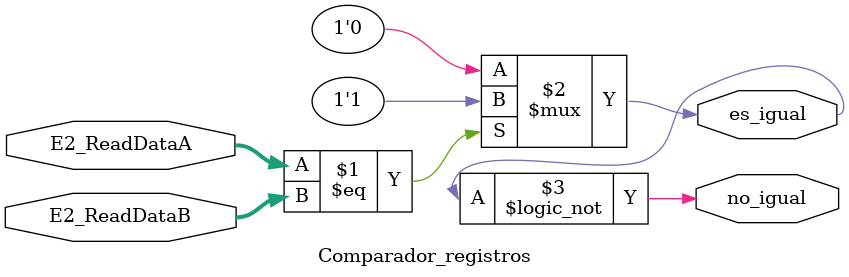
<source format=v>
`timescale 1ns / 1ps


module Comparador_registros #(parameter LEN = 32)(
                               input [LEN-1:0] 	  E2_ReadDataA,  
                               input [LEN-1:0]    E2_ReadDataB,
                               output             es_igual,
                               output             no_igual
);

assign  es_igual = (E2_ReadDataA==E2_ReadDataB)? 1'b1:1'b0;
assign  no_igual = !(es_igual);
    
endmodule

</source>
